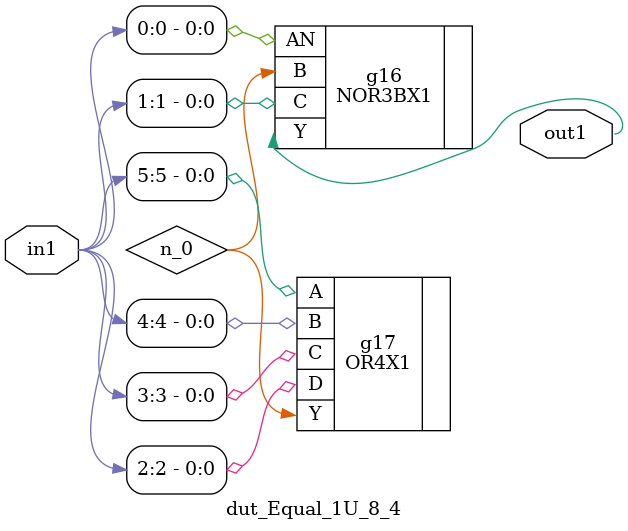
<source format=v>
`timescale 1ps / 1ps


module dut_Equal_1U_8_4(in1, out1);
  input [5:0] in1;
  output out1;
  wire [5:0] in1;
  wire out1;
  wire n_0;
  NOR3BX1 g16(.AN (in1[0]), .B (n_0), .C (in1[1]), .Y (out1));
  OR4X1 g17(.A (in1[5]), .B (in1[4]), .C (in1[3]), .D (in1[2]), .Y
       (n_0));
endmodule



</source>
